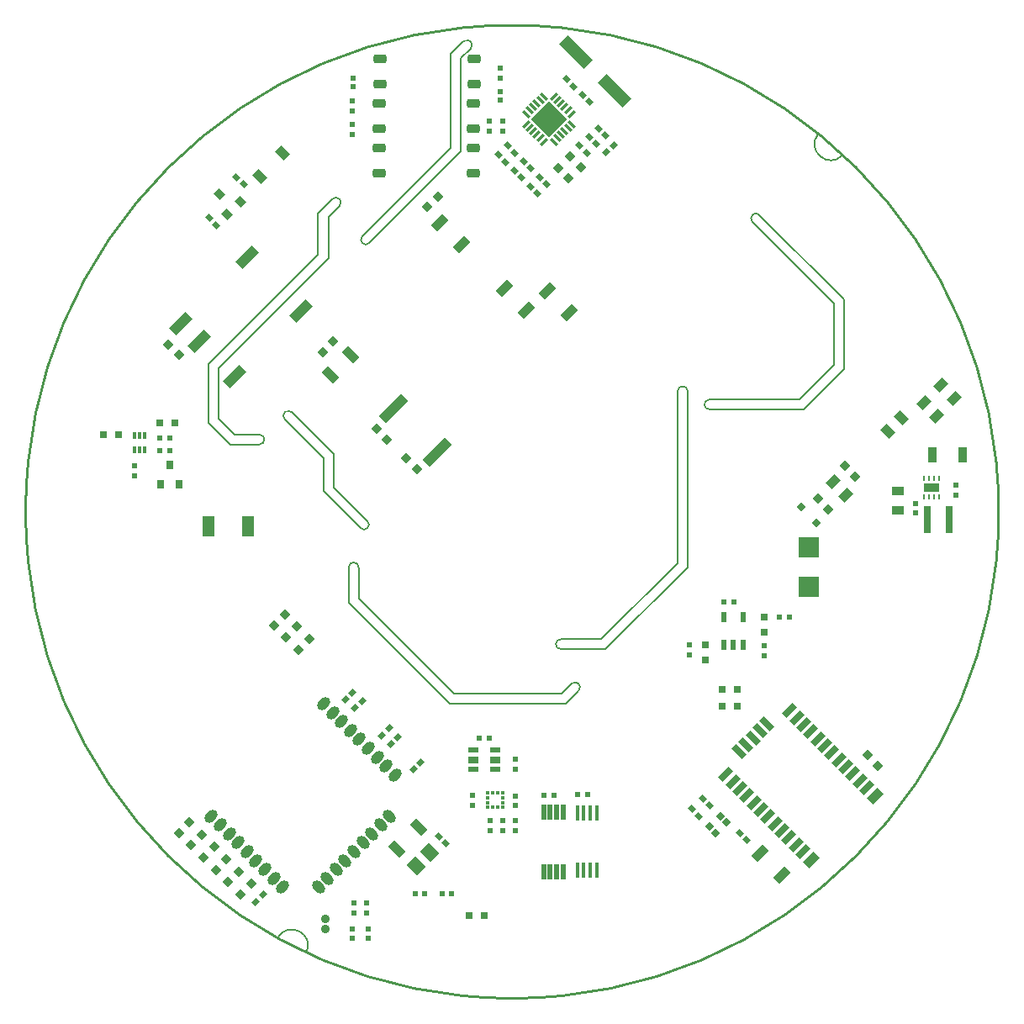
<source format=gtp>
G04*
G04 #@! TF.GenerationSoftware,Altium Limited,Altium Designer,20.1.14 (287)*
G04*
G04 Layer_Color=8421504*
%FSLAX44Y44*%
%MOMM*%
G71*
G04*
G04 #@! TF.SameCoordinates,26D83F00-FBC8-424C-8E9F-EDBCECB59CF3*
G04*
G04*
G04 #@! TF.FilePolarity,Positive*
G04*
G01*
G75*
%ADD12C,0.2000*%
%ADD16C,0.2540*%
%ADD30R,0.8000X0.8000*%
%ADD31R,0.4000X1.6000*%
%ADD32R,0.8000X0.9000*%
%ADD33R,0.5000X0.5000*%
%ADD34R,0.3100X0.6600*%
%ADD35R,0.5000X0.5000*%
%ADD36R,0.6000X1.1000*%
G04:AMPARAMS|DCode=37|XSize=0.9mm|YSize=1.3mm|CornerRadius=0mm|HoleSize=0mm|Usage=FLASHONLY|Rotation=225.000|XOffset=0mm|YOffset=0mm|HoleType=Round|Shape=Rectangle|*
%AMROTATEDRECTD37*
4,1,4,-0.1414,0.7778,0.7778,-0.1414,0.1414,-0.7778,-0.7778,0.1414,-0.1414,0.7778,0.0*
%
%ADD37ROTATEDRECTD37*%

G04:AMPARAMS|DCode=38|XSize=0.62mm|YSize=0.6mm|CornerRadius=0mm|HoleSize=0mm|Usage=FLASHONLY|Rotation=135.000|XOffset=0mm|YOffset=0mm|HoleType=Round|Shape=Rectangle|*
%AMROTATEDRECTD38*
4,1,4,0.4313,-0.0071,0.0071,-0.4313,-0.4313,0.0071,-0.0071,0.4313,0.4313,-0.0071,0.0*
%
%ADD38ROTATEDRECTD38*%

%ADD39P,1.1314X4X180.0*%
G04:AMPARAMS|DCode=40|XSize=1.5mm|YSize=0.6mm|CornerRadius=0mm|HoleSize=0mm|Usage=FLASHONLY|Rotation=135.000|XOffset=0mm|YOffset=0mm|HoleType=Round|Shape=Rectangle|*
%AMROTATEDRECTD40*
4,1,4,0.7425,-0.3182,0.3182,-0.7425,-0.7425,0.3182,-0.3182,0.7425,0.7425,-0.3182,0.0*
%
%ADD40ROTATEDRECTD40*%

G04:AMPARAMS|DCode=41|XSize=0.9mm|YSize=1.5mm|CornerRadius=0mm|HoleSize=0mm|Usage=FLASHONLY|Rotation=135.000|XOffset=0mm|YOffset=0mm|HoleType=Round|Shape=Rectangle|*
%AMROTATEDRECTD41*
4,1,4,0.8485,0.2121,-0.2121,-0.8485,-0.8485,-0.2121,0.2121,0.8485,0.8485,0.2121,0.0*
%
%ADD41ROTATEDRECTD41*%

G04:AMPARAMS|DCode=42|XSize=1.5mm|YSize=0.6mm|CornerRadius=0mm|HoleSize=0mm|Usage=FLASHONLY|Rotation=45.000|XOffset=0mm|YOffset=0mm|HoleType=Round|Shape=Rectangle|*
%AMROTATEDRECTD42*
4,1,4,-0.3182,-0.7425,-0.7425,-0.3182,0.3182,0.7425,0.7425,0.3182,-0.3182,-0.7425,0.0*
%
%ADD42ROTATEDRECTD42*%

G04:AMPARAMS|DCode=43|XSize=0.62mm|YSize=0.5mm|CornerRadius=0mm|HoleSize=0mm|Usage=FLASHONLY|Rotation=135.000|XOffset=0mm|YOffset=0mm|HoleType=Round|Shape=Rectangle|*
%AMROTATEDRECTD43*
4,1,4,0.3960,-0.0424,0.0424,-0.3960,-0.3960,0.0424,-0.0424,0.3960,0.3960,-0.0424,0.0*
%
%ADD43ROTATEDRECTD43*%

G04:AMPARAMS|DCode=44|XSize=0.9mm|YSize=1.6mm|CornerRadius=0mm|HoleSize=0mm|Usage=FLASHONLY|Rotation=315.000|XOffset=0mm|YOffset=0mm|HoleType=Round|Shape=Rectangle|*
%AMROTATEDRECTD44*
4,1,4,-0.8839,-0.2475,0.2475,0.8839,0.8839,0.2475,-0.2475,-0.8839,-0.8839,-0.2475,0.0*
%
%ADD44ROTATEDRECTD44*%

%ADD45R,0.5000X0.6000*%
%ADD46R,0.6000X0.5400*%
G04:AMPARAMS|DCode=47|XSize=0.9mm|YSize=1.6mm|CornerRadius=0mm|HoleSize=0mm|Usage=FLASHONLY|Rotation=225.000|XOffset=0mm|YOffset=0mm|HoleType=Round|Shape=Rectangle|*
%AMROTATEDRECTD47*
4,1,4,-0.2475,0.8839,0.8839,-0.2475,0.2475,-0.8839,-0.8839,0.2475,-0.2475,0.8839,0.0*
%
%ADD47ROTATEDRECTD47*%

G04:AMPARAMS|DCode=48|XSize=0.62mm|YSize=0.5mm|CornerRadius=0mm|HoleSize=0mm|Usage=FLASHONLY|Rotation=45.000|XOffset=0mm|YOffset=0mm|HoleType=Round|Shape=Rectangle|*
%AMROTATEDRECTD48*
4,1,4,-0.0424,-0.3960,-0.3960,-0.0424,0.0424,0.3960,0.3960,0.0424,-0.0424,-0.3960,0.0*
%
%ADD48ROTATEDRECTD48*%

G04:AMPARAMS|DCode=49|XSize=0.8mm|YSize=0.8mm|CornerRadius=0.28mm|HoleSize=0mm|Usage=FLASHONLY|Rotation=270.000|XOffset=0mm|YOffset=0mm|HoleType=Round|Shape=RoundedRectangle|*
%AMROUNDEDRECTD49*
21,1,0.8000,0.2400,0,0,270.0*
21,1,0.2400,0.8000,0,0,270.0*
1,1,0.5600,-0.1200,-0.1200*
1,1,0.5600,-0.1200,0.1200*
1,1,0.5600,0.1200,0.1200*
1,1,0.5600,0.1200,-0.1200*
%
%ADD49ROUNDEDRECTD49*%
%ADD50P,0.8485X4X360.0*%
G04:AMPARAMS|DCode=51|XSize=0.9mm|YSize=1.3mm|CornerRadius=0mm|HoleSize=0mm|Usage=FLASHONLY|Rotation=315.000|XOffset=0mm|YOffset=0mm|HoleType=Round|Shape=Rectangle|*
%AMROTATEDRECTD51*
4,1,4,-0.7778,-0.1414,0.1414,0.7778,0.7778,0.1414,-0.1414,-0.7778,-0.7778,-0.1414,0.0*
%
%ADD51ROTATEDRECTD51*%

%ADD52R,1.1000X0.6000*%
%ADD53R,1.1000X0.7000*%
%ADD54R,0.5000X1.5100*%
%ADD55R,0.3250X0.3000*%
%ADD56R,0.3000X0.3250*%
%ADD57R,0.5000X0.6200*%
%ADD58R,0.6200X0.5000*%
G04:AMPARAMS|DCode=59|XSize=0.91mm|YSize=1.22mm|CornerRadius=0mm|HoleSize=0mm|Usage=FLASHONLY|Rotation=45.000|XOffset=0mm|YOffset=0mm|HoleType=Round|Shape=Rectangle|*
%AMROTATEDRECTD59*
4,1,4,0.1096,-0.7531,-0.7531,0.1096,-0.1096,0.7531,0.7531,-0.1096,0.1096,-0.7531,0.0*
%
%ADD59ROTATEDRECTD59*%

G04:AMPARAMS|DCode=60|XSize=0.8mm|YSize=0.9mm|CornerRadius=0mm|HoleSize=0mm|Usage=FLASHONLY|Rotation=45.000|XOffset=0mm|YOffset=0mm|HoleType=Round|Shape=Rectangle|*
%AMROTATEDRECTD60*
4,1,4,0.0354,-0.6010,-0.6010,0.0354,-0.0354,0.6010,0.6010,-0.0354,0.0354,-0.6010,0.0*
%
%ADD60ROTATEDRECTD60*%

%ADD61R,1.3000X0.9000*%
G04:AMPARAMS|DCode=62|XSize=3.5mm|YSize=1.2mm|CornerRadius=0mm|HoleSize=0mm|Usage=FLASHONLY|Rotation=135.000|XOffset=0mm|YOffset=0mm|HoleType=Round|Shape=Rectangle|*
%AMROTATEDRECTD62*
4,1,4,1.6617,-0.8132,0.8132,-1.6617,-1.6617,0.8132,-0.8132,1.6617,1.6617,-0.8132,0.0*
%
%ADD62ROTATEDRECTD62*%

G04:AMPARAMS|DCode=63|XSize=0.85mm|YSize=0.3mm|CornerRadius=0mm|HoleSize=0mm|Usage=FLASHONLY|Rotation=45.000|XOffset=0mm|YOffset=0mm|HoleType=Round|Shape=Rectangle|*
%AMROTATEDRECTD63*
4,1,4,-0.1945,-0.4066,-0.4066,-0.1945,0.1945,0.4066,0.4066,0.1945,-0.1945,-0.4066,0.0*
%
%ADD63ROTATEDRECTD63*%

G04:AMPARAMS|DCode=64|XSize=0.85mm|YSize=0.3mm|CornerRadius=0mm|HoleSize=0mm|Usage=FLASHONLY|Rotation=135.000|XOffset=0mm|YOffset=0mm|HoleType=Round|Shape=Rectangle|*
%AMROTATEDRECTD64*
4,1,4,0.4066,-0.1945,0.1945,-0.4066,-0.4066,0.1945,-0.1945,0.4066,0.4066,-0.1945,0.0*
%
%ADD64ROTATEDRECTD64*%

%ADD65P,3.6770X4X180.0*%
G04:AMPARAMS|DCode=66|XSize=1mm|YSize=3.2mm|CornerRadius=0mm|HoleSize=0mm|Usage=FLASHONLY|Rotation=135.000|XOffset=0mm|YOffset=0mm|HoleType=Round|Shape=Rectangle|*
%AMROTATEDRECTD66*
4,1,4,1.4849,0.7778,-0.7778,-1.4849,-1.4849,-0.7778,0.7778,1.4849,1.4849,0.7778,0.0*
%
%ADD66ROTATEDRECTD66*%

%ADD67P,1.1314X4X270.0*%
%ADD68R,0.8000X2.7000*%
%ADD69R,0.2800X0.5000*%
%ADD70R,1.6000X0.9000*%
%ADD71R,0.8000X0.8000*%
%ADD72R,0.6000X0.6200*%
%ADD73R,0.9000X1.6000*%
%ADD74R,2.0000X2.0000*%
G04:AMPARAMS|DCode=75|XSize=1.285mm|YSize=1.47mm|CornerRadius=0mm|HoleSize=0mm|Usage=FLASHONLY|Rotation=45.000|XOffset=0mm|YOffset=0mm|HoleType=Round|Shape=Rectangle|*
%AMROTATEDRECTD75*
4,1,4,0.0654,-0.9740,-0.9740,0.0654,-0.0654,0.9740,0.9740,-0.0654,0.0654,-0.9740,0.0*
%
%ADD75ROTATEDRECTD75*%

G04:AMPARAMS|DCode=76|XSize=1.3mm|YSize=0.9mm|CornerRadius=0.225mm|HoleSize=0mm|Usage=FLASHONLY|Rotation=0.000|XOffset=0mm|YOffset=0mm|HoleType=Round|Shape=RoundedRectangle|*
%AMROUNDEDRECTD76*
21,1,1.3000,0.4500,0,0,0.0*
21,1,0.8500,0.9000,0,0,0.0*
1,1,0.4500,0.4250,-0.2250*
1,1,0.4500,-0.4250,-0.2250*
1,1,0.4500,-0.4250,0.2250*
1,1,0.4500,0.4250,0.2250*
%
%ADD76ROUNDEDRECTD76*%
G04:AMPARAMS|DCode=77|XSize=1mm|YSize=2.3mm|CornerRadius=0mm|HoleSize=0mm|Usage=FLASHONLY|Rotation=315.000|XOffset=0mm|YOffset=0mm|HoleType=Round|Shape=Rectangle|*
%AMROTATEDRECTD77*
4,1,4,-1.1667,-0.4596,0.4596,1.1667,1.1667,0.4596,-0.4596,-1.1667,-1.1667,-0.4596,0.0*
%
%ADD77ROTATEDRECTD77*%

%ADD78R,1.2700X2.0828*%
G04:AMPARAMS|DCode=79|XSize=1mm|YSize=1.5mm|CornerRadius=0mm|HoleSize=0mm|Usage=FLASHONLY|Rotation=225.000|XOffset=0mm|YOffset=0mm|HoleType=Round|Shape=Round|*
%AMOVALD79*
21,1,0.5000,1.0000,0.0000,0.0000,315.0*
1,1,1.0000,-0.1768,0.1768*
1,1,1.0000,0.1768,-0.1768*
%
%ADD79OVALD79*%

G04:AMPARAMS|DCode=80|XSize=1mm|YSize=1.5mm|CornerRadius=0mm|HoleSize=0mm|Usage=FLASHONLY|Rotation=135.000|XOffset=0mm|YOffset=0mm|HoleType=Round|Shape=Round|*
%AMOVALD80*
21,1,0.5000,1.0000,0.0000,0.0000,225.0*
1,1,1.0000,0.1768,0.1768*
1,1,1.0000,-0.1768,-0.1768*
%
%ADD80OVALD80*%

D12*
X-154940Y-55880D02*
G03*
X-164940Y-55880I-5000J0D01*
G01*
X66501Y-180197D02*
G03*
X59430Y-173125I-3536J3536D01*
G01*
X248801Y299011D02*
G03*
X241730Y291940I-3536J-3536D01*
G01*
X198374Y113124D02*
G03*
X198374Y103124I0J-5000D01*
G01*
X48768Y-128270D02*
G03*
X48768Y-138270I0J-5000D01*
G01*
X176370Y121412D02*
G03*
X166370Y121412I-5000J0D01*
G01*
X-153147Y-16430D02*
G03*
X-146076Y-9359I3536J3536D01*
G01*
X-222297Y100363D02*
G03*
X-229368Y93292I-3536J-3536D01*
G01*
X-254915Y67804D02*
G03*
X-254915Y77804I0J5000D01*
G01*
X-174264Y307868D02*
G03*
X-181336Y314940I-3536J3536D01*
G01*
X-42164Y466598D02*
G03*
X-49235Y473669I-3536J3536D01*
G01*
X-151216Y277454D02*
G03*
X-144350Y270588I3433J-3433D01*
G01*
X308004Y380662D02*
G03*
X332652Y359489I12544J-10330D01*
G01*
X-207616Y-443945D02*
G03*
X-236516Y-429099I-14634J7065D01*
G01*
X49167Y-183388D02*
X59430Y-173125D01*
X-58928Y-183388D02*
X49167D01*
X-154940Y-87376D02*
Y-55880D01*
X53404Y-193294D02*
X66501Y-180196D01*
X-154940Y-87376D02*
X-58928Y-183388D01*
X-164940Y-91518D02*
X-63164Y-193294D01*
X53404D01*
X-164940Y-91518D02*
Y-55880D01*
X248801Y299011D02*
X334026Y213786D01*
X324026Y148176D02*
Y209644D01*
X198374Y103124D02*
X293116D01*
X198374Y113124D02*
X288974D01*
X241730Y291940D02*
X324026Y209644D01*
X334026Y144034D02*
Y213786D01*
X293116Y103124D02*
X334026Y144034D01*
X288974Y113124D02*
X324026Y148176D01*
X166370Y-51562D02*
Y121412D01*
X48768Y-128270D02*
X89662D01*
X48768Y-138270D02*
X93804D01*
X176370Y-55704D02*
Y121412D01*
X93804Y-138270D02*
X176370Y-55704D01*
X89662Y-128270D02*
X166370Y-51562D01*
X-212360Y76284D02*
X-190226Y54150D01*
X-229368Y93292D02*
X-212360Y76284D01*
X-222297Y100363D02*
X-202360Y80427D01*
X-179832Y24397D02*
Y57899D01*
Y24397D02*
X-146076Y-9359D01*
X-202360Y80427D02*
X-179832Y57899D01*
X-190226Y20649D02*
X-153147Y-16430D01*
X-190226Y20649D02*
Y54150D01*
X-195834Y258998D02*
Y300441D01*
X-278968Y77804D02*
X-254915D01*
X-295910Y93462D02*
Y144780D01*
X-305910Y89320D02*
Y148922D01*
Y89320D02*
X-285973Y69383D01*
X-284394Y67804D02*
X-282437D01*
X-283110D02*
X-254915D01*
X-285973Y69383D02*
X-284394Y67804D01*
X-185166Y296967D02*
X-174264Y307868D01*
X-305910Y148922D02*
X-195834Y258998D01*
X-280252Y77804D02*
X-278968D01*
X-185166Y255524D02*
Y296967D01*
X-295910Y93462D02*
X-280252Y77804D01*
X-295910Y144780D02*
X-185166Y255524D01*
X-195834Y300441D02*
X-181336Y314940D01*
X-144350Y270588D02*
X-52070Y362868D01*
X-151216Y277454D02*
X-62070Y366600D01*
X-52070Y362868D02*
Y456692D01*
X-62070Y366600D02*
Y460834D01*
X-52070Y456692D02*
X-42164Y466598D01*
X-62070Y460834D02*
X-49235Y473669D01*
X308004Y380662D02*
X320548Y370332D01*
X-236516Y-429099D02*
X-222250Y-436880D01*
X-207616Y-443945D01*
X320548Y370332D02*
X332652Y359489D01*
D16*
X489746Y0D02*
G03*
X489746Y0I-490000J0D01*
G01*
D30*
X226448Y-179070D02*
D03*
X211448D02*
D03*
X226448Y-195834D02*
D03*
X211448D02*
D03*
X-339972Y89647D02*
D03*
X-354972Y89647D02*
D03*
X-411868Y77423D02*
D03*
X-396868D02*
D03*
X-43568Y-406400D02*
D03*
X-28568D02*
D03*
D31*
X65354Y-303232D02*
D03*
X71854D02*
D03*
X78354D02*
D03*
X84854D02*
D03*
Y-361232D02*
D03*
X78354D02*
D03*
X71854D02*
D03*
X65354D02*
D03*
D32*
X-344932Y47498D02*
D03*
X-335432Y27498D02*
D03*
X-354432D02*
D03*
D33*
X-380333Y36467D02*
D03*
X-380333Y46467D02*
D03*
D34*
X-370412Y62485D02*
D03*
X-375412D02*
D03*
X-380412D02*
D03*
Y77185D02*
D03*
X-375412D02*
D03*
X-370412Y77185D02*
D03*
D35*
X-355012Y74661D02*
D03*
X-345012Y74661D02*
D03*
X222932Y-90932D02*
D03*
X212932D02*
D03*
X-355012Y61707D02*
D03*
X-345012D02*
D03*
D36*
X213004Y-133888D02*
D03*
X222504D02*
D03*
X232004D02*
D03*
Y-105888D02*
D03*
X213004D02*
D03*
D37*
X378346Y81166D02*
D03*
X391782Y94601D02*
D03*
D38*
X215527Y-312671D02*
D03*
X209163Y-306307D02*
D03*
X204769Y-323473D02*
D03*
X198405Y-317109D02*
D03*
D39*
X357389Y-245121D02*
D03*
X367996Y-255728D02*
D03*
X-96551Y42957D02*
D03*
X-107157Y53563D02*
D03*
X68803Y347249D02*
D03*
X58197Y357855D02*
D03*
X-126238Y72898D02*
D03*
X-136845Y83505D02*
D03*
X56611Y335565D02*
D03*
X46005Y346171D02*
D03*
X-336073Y158019D02*
D03*
X-346679Y168625D02*
D03*
X334549Y45943D02*
D03*
X345155Y35337D02*
D03*
X317977Y2571D02*
D03*
X307371Y13177D02*
D03*
D40*
X235152Y-234731D02*
D03*
X256365Y-213518D02*
D03*
X228081Y-241802D02*
D03*
X249294Y-220589D02*
D03*
X242223Y-227660D02*
D03*
D41*
X365083Y-286173D02*
D03*
X300736Y-350520D02*
D03*
D42*
X356951Y-278041D02*
D03*
X349880Y-270970D02*
D03*
X342809Y-263899D02*
D03*
X335738Y-256828D02*
D03*
X328667Y-249757D02*
D03*
X321596Y-242686D02*
D03*
X314524Y-235615D02*
D03*
X307453Y-228544D02*
D03*
X300382Y-221473D02*
D03*
X293311Y-214402D02*
D03*
X286240Y-207331D02*
D03*
X279169Y-200260D02*
D03*
X292604Y-342388D02*
D03*
X285533Y-335317D02*
D03*
X278462Y-328246D02*
D03*
X271391Y-321175D02*
D03*
X264320Y-314104D02*
D03*
X257249Y-307033D02*
D03*
X250178Y-299962D02*
D03*
X243107Y-292891D02*
D03*
X236036Y-285820D02*
D03*
X228965Y-278749D02*
D03*
X221894Y-271678D02*
D03*
X214823Y-264606D02*
D03*
D43*
X187880Y-306585D02*
D03*
X180809Y-299513D02*
D03*
X198660Y-295805D02*
D03*
X191589Y-288734D02*
D03*
X228584Y-323581D02*
D03*
X235655Y-330652D02*
D03*
X-277855Y336745D02*
D03*
X-270784Y329674D02*
D03*
X-298216Y288780D02*
D03*
X-305287Y295851D02*
D03*
X84307Y370353D02*
D03*
X77236Y377424D02*
D03*
X93706Y378988D02*
D03*
X86634Y386060D02*
D03*
X74676Y361716D02*
D03*
X67605Y368788D02*
D03*
X54630Y435590D02*
D03*
X61701Y428518D02*
D03*
X54651Y435569D02*
D03*
X61722Y428498D02*
D03*
X70518Y419608D02*
D03*
X77589Y412537D02*
D03*
X34388Y329987D02*
D03*
X27317Y337058D02*
D03*
X-6858Y352237D02*
D03*
X-13929Y359308D02*
D03*
X-67077Y-333736D02*
D03*
X-74148Y-326664D02*
D03*
X25105Y320589D02*
D03*
X18034Y327660D02*
D03*
X2052Y343642D02*
D03*
X9124Y336570D02*
D03*
X11258Y353078D02*
D03*
X18329Y346007D02*
D03*
X2265Y361716D02*
D03*
X-4806Y368788D02*
D03*
D44*
X270885Y-365881D02*
D03*
X248965Y-343961D02*
D03*
X-73444Y290714D02*
D03*
X-51524Y268794D02*
D03*
X-7874Y224790D02*
D03*
X14046Y202870D02*
D03*
X34960Y222584D02*
D03*
X56880Y200664D02*
D03*
D45*
X-61794Y-384867D02*
D03*
X-70794D02*
D03*
D46*
X-160782Y436628D02*
D03*
Y427988D02*
D03*
X-11938Y414719D02*
D03*
Y423359D02*
D03*
D47*
X-183660Y137593D02*
D03*
X-163154Y158099D02*
D03*
X-116624Y-339382D02*
D03*
X-94704Y-317462D02*
D03*
D48*
X-92476Y-252513D02*
D03*
X-99548Y-259584D02*
D03*
X-251401Y-385592D02*
D03*
X-258472Y-392664D02*
D03*
X-158476Y-197591D02*
D03*
X-151404Y-190520D02*
D03*
X-168050Y-188935D02*
D03*
X-160979Y-181864D02*
D03*
X94762Y362225D02*
D03*
X101834Y369296D02*
D03*
X-131552Y-225278D02*
D03*
X-124480Y-218206D02*
D03*
X-115336Y-227096D02*
D03*
X-122408Y-234167D02*
D03*
D49*
X-188468Y-410116D02*
D03*
Y-420116D02*
D03*
D50*
X306308Y-10826D02*
D03*
X290752Y4730D02*
D03*
D51*
X322548Y30352D02*
D03*
X335983Y16917D02*
D03*
X431250Y127313D02*
D03*
X444686Y113878D02*
D03*
X414078Y110140D02*
D03*
X427513Y96706D02*
D03*
D52*
X-17526Y-259588D02*
D03*
Y-239588D02*
D03*
X-39526D02*
D03*
Y-259588D02*
D03*
D53*
X-17526Y-249588D02*
D03*
X-39526D02*
D03*
D54*
X31492Y-362232D02*
D03*
X37992D02*
D03*
X44492D02*
D03*
X50992D02*
D03*
Y-302232D02*
D03*
X44492D02*
D03*
X37992D02*
D03*
X31492D02*
D03*
D55*
X-24772Y-287802D02*
D03*
Y-292802D02*
D03*
X-9772Y-287802D02*
D03*
Y-292802D02*
D03*
X-24897Y-297802D02*
D03*
Y-282802D02*
D03*
X-9647D02*
D03*
Y-297802D02*
D03*
D56*
X-14772Y-282802D02*
D03*
X-19772D02*
D03*
X-14772Y-297802D02*
D03*
X-19772D02*
D03*
D57*
X3048Y-249508D02*
D03*
Y-259508D02*
D03*
X-22225Y-311230D02*
D03*
Y-321230D02*
D03*
X2968Y-286084D02*
D03*
Y-296084D02*
D03*
X-9779Y-311230D02*
D03*
Y-321230D02*
D03*
X-40640Y-285576D02*
D03*
Y-295576D02*
D03*
X2780Y-321230D02*
D03*
Y-311230D02*
D03*
X253746Y-135183D02*
D03*
Y-145183D02*
D03*
X446160Y26889D02*
D03*
Y16889D02*
D03*
X405569Y-1430D02*
D03*
Y8570D02*
D03*
X-147066Y-394034D02*
D03*
Y-404034D02*
D03*
X178308Y-133978D02*
D03*
Y-143978D02*
D03*
X-161036Y390318D02*
D03*
Y380318D02*
D03*
Y403686D02*
D03*
Y413686D02*
D03*
X-11938Y446532D02*
D03*
Y436532D02*
D03*
X-10160Y383446D02*
D03*
Y393446D02*
D03*
X-23622Y383446D02*
D03*
Y393446D02*
D03*
X-160020Y-394114D02*
D03*
Y-404114D02*
D03*
D58*
X75532Y-284988D02*
D03*
X65532D02*
D03*
X41750Y-285242D02*
D03*
X31750D02*
D03*
X-33448Y-227684D02*
D03*
X-23448D02*
D03*
X-98138Y-384867D02*
D03*
X-88138D02*
D03*
X279066Y-106133D02*
D03*
X269066D02*
D03*
D59*
X-254836Y337947D02*
D03*
X-231713Y361069D02*
D03*
D60*
X-287399Y299141D02*
D03*
X-273964Y312576D02*
D03*
X-294824Y320001D02*
D03*
D61*
X387788Y20793D02*
D03*
Y1793D02*
D03*
D62*
X103011Y424039D02*
D03*
X64121Y462929D02*
D03*
D63*
X27914Y376209D02*
D03*
X24378Y379745D02*
D03*
X31449Y372674D02*
D03*
X17307Y386816D02*
D03*
X13772Y390351D02*
D03*
X20843Y383280D02*
D03*
X45238Y414747D02*
D03*
X52309Y407676D02*
D03*
X59380Y400605D02*
D03*
X48774Y411211D02*
D03*
X55845Y404140D02*
D03*
X41702Y418282D02*
D03*
D64*
X48774Y379745D02*
D03*
X45238Y376209D02*
D03*
X52309Y383280D02*
D03*
X41702Y372674D02*
D03*
X13772Y400605D02*
D03*
X17307Y404140D02*
D03*
X20843Y407676D02*
D03*
X24378Y411211D02*
D03*
X59380Y390351D02*
D03*
X55845Y386816D02*
D03*
X27914Y414747D02*
D03*
X31449Y418282D02*
D03*
D65*
X36576Y395478D02*
D03*
D66*
X-75616Y59868D02*
D03*
X-119456Y103708D02*
D03*
D67*
X-75215Y317469D02*
D03*
X-85821Y306863D02*
D03*
X-312959Y-325151D02*
D03*
X-323565Y-335757D02*
D03*
X-325374Y-312928D02*
D03*
X-335981Y-323535D02*
D03*
X-239960Y-114269D02*
D03*
X-229354Y-103663D02*
D03*
X-227807Y-126207D02*
D03*
X-217201Y-115601D02*
D03*
X-204755Y-128047D02*
D03*
X-215361Y-138653D02*
D03*
X-311119Y-348203D02*
D03*
X-300513Y-337597D02*
D03*
X-180450Y171537D02*
D03*
X-191056Y160931D02*
D03*
X-273781Y-385287D02*
D03*
X-263175Y-374681D02*
D03*
X-288067Y-350043D02*
D03*
X-298673Y-360649D02*
D03*
X-275875Y-362489D02*
D03*
X-286481Y-373095D02*
D03*
D68*
X439917Y-7925D02*
D03*
X417918D02*
D03*
D69*
X429488Y33799D02*
D03*
X419488Y33799D02*
D03*
X424488D02*
D03*
X429488Y14799D02*
D03*
X419488D02*
D03*
X424488D02*
D03*
X414488Y33799D02*
D03*
Y14799D02*
D03*
D70*
X421988Y24299D02*
D03*
D71*
X253746Y-106133D02*
D03*
Y-121133D02*
D03*
X194330Y-148978D02*
D03*
Y-133978D02*
D03*
D72*
X-145542Y-429442D02*
D03*
Y-420442D02*
D03*
X-161544D02*
D03*
Y-429442D02*
D03*
D73*
X422624Y57689D02*
D03*
X453624D02*
D03*
D74*
X298704Y-75704D02*
D03*
Y-35704D02*
D03*
D75*
X-83547Y-343135D02*
D03*
X-97301Y-356889D02*
D03*
D76*
X-39114Y366014D02*
D03*
Y340614D02*
D03*
X-134114Y366014D02*
D03*
Y340614D02*
D03*
X-39114Y411226D02*
D03*
Y385826D02*
D03*
X-134114Y411226D02*
D03*
Y385826D02*
D03*
X-38606Y455930D02*
D03*
Y430530D02*
D03*
X-133606Y455930D02*
D03*
Y430530D02*
D03*
D77*
X-315749Y171891D02*
D03*
X-333710Y189851D02*
D03*
X-279828Y135970D02*
D03*
X-267241Y256320D02*
D03*
X-213360Y202438D02*
D03*
D78*
X-305785Y-14944D02*
D03*
X-266161D02*
D03*
D79*
X-132651Y-315304D02*
D03*
X-141631Y-324285D02*
D03*
X-123671Y-306324D02*
D03*
X-168572Y-351225D02*
D03*
X-159592Y-342245D02*
D03*
X-150612Y-333265D02*
D03*
X-177552Y-360205D02*
D03*
X-195513Y-378166D02*
D03*
X-186533Y-369186D02*
D03*
D80*
X-127277Y-256049D02*
D03*
X-136257Y-247068D02*
D03*
X-118297Y-265029D02*
D03*
X-249394Y-360205D02*
D03*
X-258375Y-351225D02*
D03*
X-231434Y-378166D02*
D03*
X-240414Y-369186D02*
D03*
X-154218Y-229108D02*
D03*
X-145238Y-238088D02*
D03*
X-163198Y-220128D02*
D03*
X-172178Y-211147D02*
D03*
X-181159Y-202167D02*
D03*
X-190139Y-193187D02*
D03*
X-267355Y-342245D02*
D03*
X-276335Y-333265D02*
D03*
X-303276Y-306324D02*
D03*
X-285315Y-324285D02*
D03*
X-294296Y-315304D02*
D03*
M02*

</source>
